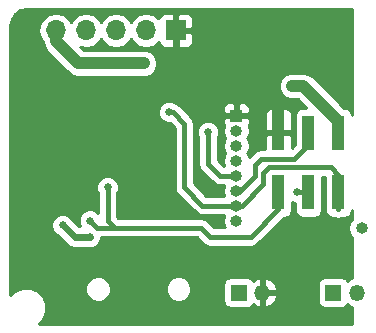
<source format=gbl>
G04 #@! TF.FileFunction,Copper,L2,Bot,Signal*
%FSLAX46Y46*%
G04 Gerber Fmt 4.6, Leading zero omitted, Abs format (unit mm)*
G04 Created by KiCad (PCBNEW 4.0.4-stable) date Sunday, October 15, 2017 'PMt' 03:04:39 PM*
%MOMM*%
%LPD*%
G01*
G04 APERTURE LIST*
%ADD10C,0.100000*%
%ADD11R,1.700000X1.700000*%
%ADD12O,1.700000X1.700000*%
%ADD13R,1.000000X3.000000*%
%ADD14R,1.000000X1.000000*%
%ADD15O,1.000000X1.000000*%
%ADD16R,1.350000X1.350000*%
%ADD17O,1.350000X1.350000*%
%ADD18C,1.000000*%
%ADD19C,0.650000*%
%ADD20C,1.000000*%
%ADD21C,0.600000*%
%ADD22C,0.400000*%
%ADD23C,0.250000*%
G04 APERTURE END LIST*
D10*
D11*
X64679999Y-52500000D03*
D12*
X62139999Y-52500000D03*
X59599999Y-52500000D03*
X57059999Y-52500000D03*
X54519999Y-52500000D03*
D13*
X78440000Y-61180000D03*
X78440000Y-66220000D03*
X75900000Y-61180000D03*
X75900000Y-66220000D03*
X73360000Y-61180000D03*
X73360000Y-66220000D03*
D14*
X69800000Y-59710000D03*
D15*
X69800000Y-60980000D03*
X69800000Y-62250000D03*
X69800000Y-63520000D03*
X69800000Y-64790000D03*
X69800000Y-66060000D03*
X69800000Y-67330000D03*
X69800000Y-68600000D03*
X80400000Y-69255000D03*
D16*
X70000000Y-74700000D03*
D17*
X72000000Y-74700000D03*
D16*
X78000000Y-74700000D03*
D17*
X80000000Y-74700000D03*
D18*
X72000000Y-72500000D03*
X79000000Y-72000000D03*
X77000000Y-72000000D03*
X75000000Y-73000000D03*
X73300000Y-59000000D03*
X68600000Y-51400000D03*
X71600000Y-51400000D03*
X74600000Y-51400000D03*
X77600000Y-51400000D03*
X65000000Y-57000000D03*
X63000000Y-57000000D03*
X53000000Y-58000000D03*
D19*
X55100000Y-69000000D03*
X57400000Y-70000000D03*
D18*
X74500000Y-57200000D03*
X62000000Y-55300000D03*
D19*
X67400000Y-61100000D03*
X74900000Y-66200000D03*
X64100000Y-59400000D03*
X57400000Y-68600000D03*
X58900000Y-65800000D03*
D20*
X77000000Y-72000000D02*
X79000000Y-72000000D01*
X73360000Y-61180000D02*
X73360000Y-59060000D01*
X73360000Y-59060000D02*
X73300000Y-59000000D01*
X71600000Y-51400000D02*
X68600000Y-51400000D01*
X77600000Y-51400000D02*
X74600000Y-51400000D01*
D21*
X64679999Y-52500000D02*
X64679999Y-55320001D01*
X64679999Y-55320001D02*
X63000000Y-57000000D01*
X57400000Y-70000000D02*
X56100000Y-70000000D01*
X56100000Y-70000000D02*
X55100000Y-69000000D01*
D20*
X78440000Y-61180000D02*
X78440000Y-60180000D01*
X78440000Y-60180000D02*
X75460000Y-57200000D01*
X75460000Y-57200000D02*
X75180002Y-57200000D01*
X75180002Y-57200000D02*
X74500000Y-57200000D01*
X62000000Y-55300000D02*
X56400000Y-55300000D01*
X56400000Y-55300000D02*
X54519999Y-53419999D01*
X54519999Y-53419999D02*
X54519999Y-52500000D01*
D22*
X69800000Y-64790000D02*
X68390000Y-64790000D01*
X68390000Y-64790000D02*
X67400000Y-63800000D01*
X67400000Y-63800000D02*
X67400000Y-61100000D01*
X75900000Y-66220000D02*
X74920000Y-66220000D01*
X74920000Y-66220000D02*
X74900000Y-66200000D01*
X75900000Y-66220000D02*
X75900000Y-65200000D01*
X75900000Y-67120000D02*
X75900000Y-66120000D01*
X69800000Y-66060000D02*
X70140000Y-66060000D01*
X70140000Y-66060000D02*
X71400000Y-64800000D01*
X71900000Y-63400000D02*
X74680000Y-63400000D01*
X71400000Y-64800000D02*
X71400000Y-63900000D01*
X71400000Y-63900000D02*
X71900000Y-63400000D01*
X75900000Y-62180000D02*
X75900000Y-61180000D01*
X74680000Y-63400000D02*
X75900000Y-62180000D01*
X69800000Y-67330000D02*
X66930000Y-67330000D01*
X66930000Y-67330000D02*
X65400000Y-65800000D01*
X65400000Y-65800000D02*
X65400000Y-60400000D01*
X65400000Y-60400000D02*
X64400000Y-59400000D01*
X64400000Y-59400000D02*
X64100000Y-59400000D01*
X78440000Y-66220000D02*
X78440000Y-64740000D01*
X77800000Y-64100000D02*
X72540000Y-64100000D01*
X78440000Y-64740000D02*
X77800000Y-64100000D01*
X72540000Y-64100000D02*
X72100000Y-64540000D01*
X72100000Y-64540000D02*
X72100000Y-65500000D01*
X72100000Y-65500000D02*
X70270000Y-67330000D01*
X70270000Y-67330000D02*
X69800000Y-67330000D01*
X78440000Y-66220000D02*
X78440000Y-67660000D01*
X73360000Y-66220000D02*
X73360000Y-67640000D01*
X73360000Y-67640000D02*
X71000000Y-70000000D01*
X71000000Y-70000000D02*
X67600000Y-70000000D01*
X67600000Y-70000000D02*
X66800000Y-69200000D01*
X59300000Y-69125000D02*
X59325000Y-69100000D01*
X66800000Y-69200000D02*
X59300000Y-69200000D01*
X59300000Y-69200000D02*
X59300000Y-69125000D01*
X59325000Y-69100000D02*
X59225000Y-69200000D01*
X59225000Y-69200000D02*
X58000000Y-69200000D01*
X58000000Y-69200000D02*
X57400000Y-68600000D01*
X58900000Y-68675000D02*
X59325000Y-69100000D01*
X58900000Y-65800000D02*
X58900000Y-68675000D01*
D23*
G36*
X79575000Y-59668074D02*
X79533663Y-59448389D01*
X79396781Y-59235668D01*
X79187924Y-59092962D01*
X78940000Y-59042756D01*
X78893746Y-59042756D01*
X76255495Y-56404505D01*
X76211351Y-56375009D01*
X75890519Y-56160636D01*
X75460000Y-56075000D01*
X74500409Y-56075000D01*
X74277205Y-56074805D01*
X73863571Y-56245715D01*
X73546828Y-56561907D01*
X73375196Y-56975242D01*
X73374805Y-57422795D01*
X73545715Y-57836429D01*
X73861907Y-58153172D01*
X74275242Y-58324804D01*
X74722795Y-58325195D01*
X74723267Y-58325000D01*
X74994010Y-58325000D01*
X75711766Y-59042756D01*
X75400000Y-59042756D01*
X75168389Y-59086337D01*
X74955668Y-59223219D01*
X74812962Y-59432076D01*
X74762756Y-59680000D01*
X74762756Y-62150518D01*
X74485000Y-62428274D01*
X74485000Y-61461250D01*
X74328750Y-61305000D01*
X73485000Y-61305000D01*
X73485000Y-61325000D01*
X73235000Y-61325000D01*
X73235000Y-61305000D01*
X72391250Y-61305000D01*
X72235000Y-61461250D01*
X72235000Y-62575000D01*
X71900000Y-62575000D01*
X71584286Y-62637799D01*
X71316637Y-62816637D01*
X70891664Y-63241610D01*
X70861404Y-63089481D01*
X70724774Y-62885000D01*
X70861404Y-62680519D01*
X70947040Y-62250000D01*
X70861404Y-61819481D01*
X70724774Y-61615000D01*
X70861404Y-61410519D01*
X70947040Y-60980000D01*
X70861404Y-60549481D01*
X70845646Y-60525897D01*
X70925000Y-60334320D01*
X70925000Y-59991250D01*
X70768750Y-59835000D01*
X69925000Y-59835000D01*
X69925000Y-59855000D01*
X69675000Y-59855000D01*
X69675000Y-59835000D01*
X68831250Y-59835000D01*
X68675000Y-59991250D01*
X68675000Y-60334320D01*
X68754354Y-60525897D01*
X68738596Y-60549481D01*
X68652960Y-60980000D01*
X68738596Y-61410519D01*
X68875226Y-61615000D01*
X68738596Y-61819481D01*
X68652960Y-62250000D01*
X68738596Y-62680519D01*
X68875226Y-62885000D01*
X68738596Y-63089481D01*
X68652960Y-63520000D01*
X68738596Y-63950519D01*
X68748272Y-63965000D01*
X68731726Y-63965000D01*
X68225000Y-63458274D01*
X68225000Y-61590433D01*
X68349835Y-61289796D01*
X68350165Y-60911862D01*
X68205841Y-60562571D01*
X67938835Y-60295098D01*
X67589796Y-60150165D01*
X67211862Y-60149835D01*
X66862571Y-60294159D01*
X66595098Y-60561165D01*
X66450165Y-60910204D01*
X66449835Y-61288138D01*
X66575000Y-61591061D01*
X66575000Y-63800000D01*
X66637799Y-64115714D01*
X66816637Y-64383363D01*
X67806637Y-65373363D01*
X68074286Y-65552201D01*
X68390000Y-65615000D01*
X68748272Y-65615000D01*
X68738596Y-65629481D01*
X68652960Y-66060000D01*
X68738596Y-66490519D01*
X68748272Y-66505000D01*
X67271726Y-66505000D01*
X66225000Y-65458274D01*
X66225000Y-60400000D01*
X66162201Y-60084286D01*
X65983363Y-59816637D01*
X65252406Y-59085680D01*
X68675000Y-59085680D01*
X68675000Y-59428750D01*
X68831250Y-59585000D01*
X69675000Y-59585000D01*
X69675000Y-58741250D01*
X69925000Y-58741250D01*
X69925000Y-59585000D01*
X70768750Y-59585000D01*
X70798070Y-59555680D01*
X72235000Y-59555680D01*
X72235000Y-60898750D01*
X72391250Y-61055000D01*
X73235000Y-61055000D01*
X73235000Y-59211250D01*
X73485000Y-59211250D01*
X73485000Y-61055000D01*
X74328750Y-61055000D01*
X74485000Y-60898750D01*
X74485000Y-59555680D01*
X74389850Y-59325966D01*
X74214034Y-59150151D01*
X73984320Y-59055000D01*
X73641250Y-59055000D01*
X73485000Y-59211250D01*
X73235000Y-59211250D01*
X73078750Y-59055000D01*
X72735680Y-59055000D01*
X72505966Y-59150151D01*
X72330150Y-59325966D01*
X72235000Y-59555680D01*
X70798070Y-59555680D01*
X70925000Y-59428750D01*
X70925000Y-59085680D01*
X70829849Y-58855966D01*
X70654034Y-58680150D01*
X70424320Y-58585000D01*
X70081250Y-58585000D01*
X69925000Y-58741250D01*
X69675000Y-58741250D01*
X69518750Y-58585000D01*
X69175680Y-58585000D01*
X68945966Y-58680150D01*
X68770151Y-58855966D01*
X68675000Y-59085680D01*
X65252406Y-59085680D01*
X64983363Y-58816637D01*
X64715714Y-58637799D01*
X64672975Y-58629298D01*
X64638835Y-58595098D01*
X64289796Y-58450165D01*
X63911862Y-58449835D01*
X63562571Y-58594159D01*
X63295098Y-58861165D01*
X63150165Y-59210204D01*
X63149835Y-59588138D01*
X63294159Y-59937429D01*
X63561165Y-60204902D01*
X63910204Y-60349835D01*
X64183348Y-60350074D01*
X64575000Y-60741726D01*
X64575000Y-65800000D01*
X64637799Y-66115714D01*
X64816637Y-66383363D01*
X66346637Y-67913363D01*
X66614286Y-68092201D01*
X66930000Y-68155000D01*
X68748272Y-68155000D01*
X68738596Y-68169481D01*
X68652960Y-68600000D01*
X68738596Y-69030519D01*
X68835135Y-69175000D01*
X67941726Y-69175000D01*
X67383363Y-68616637D01*
X67115714Y-68437799D01*
X66800000Y-68375000D01*
X59766726Y-68375000D01*
X59725000Y-68333274D01*
X59725000Y-66290433D01*
X59849835Y-65989796D01*
X59850165Y-65611862D01*
X59705841Y-65262571D01*
X59438835Y-64995098D01*
X59089796Y-64850165D01*
X58711862Y-64849835D01*
X58362571Y-64994159D01*
X58095098Y-65261165D01*
X57950165Y-65610204D01*
X57949835Y-65988138D01*
X58075000Y-66291061D01*
X58075000Y-67931501D01*
X57938835Y-67795098D01*
X57589796Y-67650165D01*
X57211862Y-67649835D01*
X56862571Y-67794159D01*
X56595098Y-68061165D01*
X56450165Y-68410204D01*
X56449835Y-68788138D01*
X56568364Y-69075000D01*
X56483147Y-69075000D01*
X55930572Y-68522424D01*
X55905841Y-68462571D01*
X55638835Y-68195098D01*
X55289796Y-68050165D01*
X54911862Y-68049835D01*
X54562571Y-68194159D01*
X54295098Y-68461165D01*
X54150165Y-68810204D01*
X54149835Y-69188138D01*
X54294159Y-69537429D01*
X54561165Y-69804902D01*
X54622026Y-69830173D01*
X55445924Y-70654071D01*
X55445926Y-70654074D01*
X55701735Y-70825000D01*
X55746018Y-70854589D01*
X56100000Y-70925001D01*
X56100005Y-70925000D01*
X57150394Y-70925000D01*
X57210204Y-70949835D01*
X57588138Y-70950165D01*
X57937429Y-70805841D01*
X58204902Y-70538835D01*
X58349835Y-70189796D01*
X58349979Y-70025000D01*
X59225000Y-70025000D01*
X59262500Y-70017541D01*
X59300000Y-70025000D01*
X66458274Y-70025000D01*
X67016637Y-70583363D01*
X67284286Y-70762201D01*
X67600000Y-70825000D01*
X71000000Y-70825000D01*
X71315714Y-70762201D01*
X71583363Y-70583363D01*
X73809482Y-68357244D01*
X73860000Y-68357244D01*
X74091611Y-68313663D01*
X74304332Y-68176781D01*
X74447038Y-67967924D01*
X74497244Y-67720000D01*
X74497244Y-67061407D01*
X74710204Y-67149835D01*
X74762756Y-67149881D01*
X74762756Y-67720000D01*
X74806337Y-67951611D01*
X74943219Y-68164332D01*
X75152076Y-68307038D01*
X75400000Y-68357244D01*
X76400000Y-68357244D01*
X76631611Y-68313663D01*
X76844332Y-68176781D01*
X76987038Y-67967924D01*
X77037244Y-67720000D01*
X77037244Y-64925000D01*
X77302756Y-64925000D01*
X77302756Y-67720000D01*
X77346337Y-67951611D01*
X77483219Y-68164332D01*
X77692076Y-68307038D01*
X77940000Y-68357244D01*
X78027071Y-68357244D01*
X78124286Y-68422201D01*
X78440000Y-68485000D01*
X78755714Y-68422201D01*
X78852929Y-68357244D01*
X78940000Y-68357244D01*
X79171611Y-68313663D01*
X79384332Y-68176781D01*
X79527038Y-67967924D01*
X79575000Y-67731081D01*
X79575000Y-68470677D01*
X79338596Y-68824481D01*
X79252960Y-69255000D01*
X79338596Y-69685519D01*
X79575000Y-70039323D01*
X79575000Y-73482561D01*
X79340540Y-73579670D01*
X79207500Y-73698339D01*
X79131781Y-73580668D01*
X78922924Y-73437962D01*
X78675000Y-73387756D01*
X77325000Y-73387756D01*
X77093389Y-73431337D01*
X76880668Y-73568219D01*
X76737962Y-73777076D01*
X76687756Y-74025000D01*
X76687756Y-75375000D01*
X76731337Y-75606611D01*
X76868219Y-75819332D01*
X77077076Y-75962038D01*
X77325000Y-76012244D01*
X78675000Y-76012244D01*
X78906611Y-75968663D01*
X79119332Y-75831781D01*
X79207959Y-75702071D01*
X79340540Y-75820330D01*
X79575000Y-75917439D01*
X79575000Y-77325000D01*
X53114336Y-77325000D01*
X53461531Y-76978410D01*
X53724700Y-76344629D01*
X53725299Y-75658382D01*
X53463237Y-75024142D01*
X53052705Y-74612893D01*
X57024814Y-74612893D01*
X57188128Y-75008143D01*
X57490267Y-75310809D01*
X57885231Y-75474813D01*
X58312893Y-75475186D01*
X58708143Y-75311872D01*
X59010809Y-75009733D01*
X59174813Y-74614769D01*
X59174814Y-74612893D01*
X63824814Y-74612893D01*
X63988128Y-75008143D01*
X64290267Y-75310809D01*
X64685231Y-75474813D01*
X65112893Y-75475186D01*
X65508143Y-75311872D01*
X65810809Y-75009733D01*
X65974813Y-74614769D01*
X65975186Y-74187107D01*
X65908205Y-74025000D01*
X68687756Y-74025000D01*
X68687756Y-75375000D01*
X68731337Y-75606611D01*
X68868219Y-75819332D01*
X69077076Y-75962038D01*
X69325000Y-76012244D01*
X70675000Y-76012244D01*
X70906611Y-75968663D01*
X71119332Y-75831781D01*
X71207959Y-75702071D01*
X71340540Y-75820330D01*
X71674117Y-75958491D01*
X71875000Y-75836899D01*
X71875000Y-74825000D01*
X72125000Y-74825000D01*
X72125000Y-75836899D01*
X72325883Y-75958491D01*
X72659460Y-75820330D01*
X73037993Y-75482686D01*
X73258502Y-75025885D01*
X73137737Y-74825000D01*
X72125000Y-74825000D01*
X71875000Y-74825000D01*
X71855000Y-74825000D01*
X71855000Y-74575000D01*
X71875000Y-74575000D01*
X71875000Y-73563101D01*
X72125000Y-73563101D01*
X72125000Y-74575000D01*
X73137737Y-74575000D01*
X73258502Y-74374115D01*
X73037993Y-73917314D01*
X72659460Y-73579670D01*
X72325883Y-73441509D01*
X72125000Y-73563101D01*
X71875000Y-73563101D01*
X71674117Y-73441509D01*
X71340540Y-73579670D01*
X71207500Y-73698339D01*
X71131781Y-73580668D01*
X70922924Y-73437962D01*
X70675000Y-73387756D01*
X69325000Y-73387756D01*
X69093389Y-73431337D01*
X68880668Y-73568219D01*
X68737962Y-73777076D01*
X68687756Y-74025000D01*
X65908205Y-74025000D01*
X65811872Y-73791857D01*
X65509733Y-73489191D01*
X65114769Y-73325187D01*
X64687107Y-73324814D01*
X64291857Y-73488128D01*
X63989191Y-73790267D01*
X63825187Y-74185231D01*
X63824814Y-74612893D01*
X59174814Y-74612893D01*
X59175186Y-74187107D01*
X59011872Y-73791857D01*
X58709733Y-73489191D01*
X58314769Y-73325187D01*
X57887107Y-73324814D01*
X57491857Y-73488128D01*
X57189191Y-73790267D01*
X57025187Y-74185231D01*
X57024814Y-74612893D01*
X53052705Y-74612893D01*
X52978410Y-74538469D01*
X52344629Y-74275300D01*
X51658382Y-74274701D01*
X51024142Y-74536763D01*
X50675000Y-74885297D01*
X50675000Y-52471103D01*
X53044999Y-52471103D01*
X53044999Y-52528897D01*
X53157277Y-53093355D01*
X53403250Y-53461482D01*
X53480635Y-53850518D01*
X53697447Y-54175000D01*
X53724504Y-54215494D01*
X55604505Y-56095495D01*
X55969481Y-56339364D01*
X56400000Y-56425000D01*
X61999591Y-56425000D01*
X62222795Y-56425195D01*
X62636429Y-56254285D01*
X62953172Y-55938093D01*
X63124804Y-55524758D01*
X63125195Y-55077205D01*
X62954285Y-54663571D01*
X62638093Y-54346828D01*
X62224758Y-54175196D01*
X61777205Y-54174805D01*
X61776733Y-54175000D01*
X56865990Y-54175000D01*
X56604228Y-53913238D01*
X57059999Y-54003897D01*
X57624457Y-53891619D01*
X58102982Y-53571880D01*
X58329999Y-53232124D01*
X58557016Y-53571880D01*
X59035541Y-53891619D01*
X59599999Y-54003897D01*
X60164457Y-53891619D01*
X60642982Y-53571880D01*
X60869999Y-53232124D01*
X61097016Y-53571880D01*
X61575541Y-53891619D01*
X62139999Y-54003897D01*
X62704457Y-53891619D01*
X63182982Y-53571880D01*
X63221520Y-53514204D01*
X63300149Y-53704034D01*
X63475965Y-53879849D01*
X63705679Y-53975000D01*
X64398749Y-53975000D01*
X64554999Y-53818750D01*
X64554999Y-52625000D01*
X64804999Y-52625000D01*
X64804999Y-53818750D01*
X64961249Y-53975000D01*
X65654319Y-53975000D01*
X65884033Y-53879849D01*
X66059849Y-53704034D01*
X66154999Y-53474320D01*
X66154999Y-52781250D01*
X65998749Y-52625000D01*
X64804999Y-52625000D01*
X64554999Y-52625000D01*
X64534999Y-52625000D01*
X64534999Y-52375000D01*
X64554999Y-52375000D01*
X64554999Y-51181250D01*
X64804999Y-51181250D01*
X64804999Y-52375000D01*
X65998749Y-52375000D01*
X66154999Y-52218750D01*
X66154999Y-51525680D01*
X66059849Y-51295966D01*
X65884033Y-51120151D01*
X65654319Y-51025000D01*
X64961249Y-51025000D01*
X64804999Y-51181250D01*
X64554999Y-51181250D01*
X64398749Y-51025000D01*
X63705679Y-51025000D01*
X63475965Y-51120151D01*
X63300149Y-51295966D01*
X63221520Y-51485796D01*
X63182982Y-51428120D01*
X62704457Y-51108381D01*
X62139999Y-50996103D01*
X61575541Y-51108381D01*
X61097016Y-51428120D01*
X60869999Y-51767876D01*
X60642982Y-51428120D01*
X60164457Y-51108381D01*
X59599999Y-50996103D01*
X59035541Y-51108381D01*
X58557016Y-51428120D01*
X58329999Y-51767876D01*
X58102982Y-51428120D01*
X57624457Y-51108381D01*
X57059999Y-50996103D01*
X56495541Y-51108381D01*
X56017016Y-51428120D01*
X55789999Y-51767876D01*
X55562982Y-51428120D01*
X55084457Y-51108381D01*
X54519999Y-50996103D01*
X53955541Y-51108381D01*
X53477016Y-51428120D01*
X53157277Y-51906645D01*
X53044999Y-52471103D01*
X50675000Y-52471103D01*
X50675000Y-52066481D01*
X50788077Y-51498006D01*
X51072435Y-51072434D01*
X51498005Y-50788078D01*
X52066487Y-50675000D01*
X79575000Y-50675000D01*
X79575000Y-59668074D01*
X79575000Y-59668074D01*
G37*
X79575000Y-59668074D02*
X79533663Y-59448389D01*
X79396781Y-59235668D01*
X79187924Y-59092962D01*
X78940000Y-59042756D01*
X78893746Y-59042756D01*
X76255495Y-56404505D01*
X76211351Y-56375009D01*
X75890519Y-56160636D01*
X75460000Y-56075000D01*
X74500409Y-56075000D01*
X74277205Y-56074805D01*
X73863571Y-56245715D01*
X73546828Y-56561907D01*
X73375196Y-56975242D01*
X73374805Y-57422795D01*
X73545715Y-57836429D01*
X73861907Y-58153172D01*
X74275242Y-58324804D01*
X74722795Y-58325195D01*
X74723267Y-58325000D01*
X74994010Y-58325000D01*
X75711766Y-59042756D01*
X75400000Y-59042756D01*
X75168389Y-59086337D01*
X74955668Y-59223219D01*
X74812962Y-59432076D01*
X74762756Y-59680000D01*
X74762756Y-62150518D01*
X74485000Y-62428274D01*
X74485000Y-61461250D01*
X74328750Y-61305000D01*
X73485000Y-61305000D01*
X73485000Y-61325000D01*
X73235000Y-61325000D01*
X73235000Y-61305000D01*
X72391250Y-61305000D01*
X72235000Y-61461250D01*
X72235000Y-62575000D01*
X71900000Y-62575000D01*
X71584286Y-62637799D01*
X71316637Y-62816637D01*
X70891664Y-63241610D01*
X70861404Y-63089481D01*
X70724774Y-62885000D01*
X70861404Y-62680519D01*
X70947040Y-62250000D01*
X70861404Y-61819481D01*
X70724774Y-61615000D01*
X70861404Y-61410519D01*
X70947040Y-60980000D01*
X70861404Y-60549481D01*
X70845646Y-60525897D01*
X70925000Y-60334320D01*
X70925000Y-59991250D01*
X70768750Y-59835000D01*
X69925000Y-59835000D01*
X69925000Y-59855000D01*
X69675000Y-59855000D01*
X69675000Y-59835000D01*
X68831250Y-59835000D01*
X68675000Y-59991250D01*
X68675000Y-60334320D01*
X68754354Y-60525897D01*
X68738596Y-60549481D01*
X68652960Y-60980000D01*
X68738596Y-61410519D01*
X68875226Y-61615000D01*
X68738596Y-61819481D01*
X68652960Y-62250000D01*
X68738596Y-62680519D01*
X68875226Y-62885000D01*
X68738596Y-63089481D01*
X68652960Y-63520000D01*
X68738596Y-63950519D01*
X68748272Y-63965000D01*
X68731726Y-63965000D01*
X68225000Y-63458274D01*
X68225000Y-61590433D01*
X68349835Y-61289796D01*
X68350165Y-60911862D01*
X68205841Y-60562571D01*
X67938835Y-60295098D01*
X67589796Y-60150165D01*
X67211862Y-60149835D01*
X66862571Y-60294159D01*
X66595098Y-60561165D01*
X66450165Y-60910204D01*
X66449835Y-61288138D01*
X66575000Y-61591061D01*
X66575000Y-63800000D01*
X66637799Y-64115714D01*
X66816637Y-64383363D01*
X67806637Y-65373363D01*
X68074286Y-65552201D01*
X68390000Y-65615000D01*
X68748272Y-65615000D01*
X68738596Y-65629481D01*
X68652960Y-66060000D01*
X68738596Y-66490519D01*
X68748272Y-66505000D01*
X67271726Y-66505000D01*
X66225000Y-65458274D01*
X66225000Y-60400000D01*
X66162201Y-60084286D01*
X65983363Y-59816637D01*
X65252406Y-59085680D01*
X68675000Y-59085680D01*
X68675000Y-59428750D01*
X68831250Y-59585000D01*
X69675000Y-59585000D01*
X69675000Y-58741250D01*
X69925000Y-58741250D01*
X69925000Y-59585000D01*
X70768750Y-59585000D01*
X70798070Y-59555680D01*
X72235000Y-59555680D01*
X72235000Y-60898750D01*
X72391250Y-61055000D01*
X73235000Y-61055000D01*
X73235000Y-59211250D01*
X73485000Y-59211250D01*
X73485000Y-61055000D01*
X74328750Y-61055000D01*
X74485000Y-60898750D01*
X74485000Y-59555680D01*
X74389850Y-59325966D01*
X74214034Y-59150151D01*
X73984320Y-59055000D01*
X73641250Y-59055000D01*
X73485000Y-59211250D01*
X73235000Y-59211250D01*
X73078750Y-59055000D01*
X72735680Y-59055000D01*
X72505966Y-59150151D01*
X72330150Y-59325966D01*
X72235000Y-59555680D01*
X70798070Y-59555680D01*
X70925000Y-59428750D01*
X70925000Y-59085680D01*
X70829849Y-58855966D01*
X70654034Y-58680150D01*
X70424320Y-58585000D01*
X70081250Y-58585000D01*
X69925000Y-58741250D01*
X69675000Y-58741250D01*
X69518750Y-58585000D01*
X69175680Y-58585000D01*
X68945966Y-58680150D01*
X68770151Y-58855966D01*
X68675000Y-59085680D01*
X65252406Y-59085680D01*
X64983363Y-58816637D01*
X64715714Y-58637799D01*
X64672975Y-58629298D01*
X64638835Y-58595098D01*
X64289796Y-58450165D01*
X63911862Y-58449835D01*
X63562571Y-58594159D01*
X63295098Y-58861165D01*
X63150165Y-59210204D01*
X63149835Y-59588138D01*
X63294159Y-59937429D01*
X63561165Y-60204902D01*
X63910204Y-60349835D01*
X64183348Y-60350074D01*
X64575000Y-60741726D01*
X64575000Y-65800000D01*
X64637799Y-66115714D01*
X64816637Y-66383363D01*
X66346637Y-67913363D01*
X66614286Y-68092201D01*
X66930000Y-68155000D01*
X68748272Y-68155000D01*
X68738596Y-68169481D01*
X68652960Y-68600000D01*
X68738596Y-69030519D01*
X68835135Y-69175000D01*
X67941726Y-69175000D01*
X67383363Y-68616637D01*
X67115714Y-68437799D01*
X66800000Y-68375000D01*
X59766726Y-68375000D01*
X59725000Y-68333274D01*
X59725000Y-66290433D01*
X59849835Y-65989796D01*
X59850165Y-65611862D01*
X59705841Y-65262571D01*
X59438835Y-64995098D01*
X59089796Y-64850165D01*
X58711862Y-64849835D01*
X58362571Y-64994159D01*
X58095098Y-65261165D01*
X57950165Y-65610204D01*
X57949835Y-65988138D01*
X58075000Y-66291061D01*
X58075000Y-67931501D01*
X57938835Y-67795098D01*
X57589796Y-67650165D01*
X57211862Y-67649835D01*
X56862571Y-67794159D01*
X56595098Y-68061165D01*
X56450165Y-68410204D01*
X56449835Y-68788138D01*
X56568364Y-69075000D01*
X56483147Y-69075000D01*
X55930572Y-68522424D01*
X55905841Y-68462571D01*
X55638835Y-68195098D01*
X55289796Y-68050165D01*
X54911862Y-68049835D01*
X54562571Y-68194159D01*
X54295098Y-68461165D01*
X54150165Y-68810204D01*
X54149835Y-69188138D01*
X54294159Y-69537429D01*
X54561165Y-69804902D01*
X54622026Y-69830173D01*
X55445924Y-70654071D01*
X55445926Y-70654074D01*
X55701735Y-70825000D01*
X55746018Y-70854589D01*
X56100000Y-70925001D01*
X56100005Y-70925000D01*
X57150394Y-70925000D01*
X57210204Y-70949835D01*
X57588138Y-70950165D01*
X57937429Y-70805841D01*
X58204902Y-70538835D01*
X58349835Y-70189796D01*
X58349979Y-70025000D01*
X59225000Y-70025000D01*
X59262500Y-70017541D01*
X59300000Y-70025000D01*
X66458274Y-70025000D01*
X67016637Y-70583363D01*
X67284286Y-70762201D01*
X67600000Y-70825000D01*
X71000000Y-70825000D01*
X71315714Y-70762201D01*
X71583363Y-70583363D01*
X73809482Y-68357244D01*
X73860000Y-68357244D01*
X74091611Y-68313663D01*
X74304332Y-68176781D01*
X74447038Y-67967924D01*
X74497244Y-67720000D01*
X74497244Y-67061407D01*
X74710204Y-67149835D01*
X74762756Y-67149881D01*
X74762756Y-67720000D01*
X74806337Y-67951611D01*
X74943219Y-68164332D01*
X75152076Y-68307038D01*
X75400000Y-68357244D01*
X76400000Y-68357244D01*
X76631611Y-68313663D01*
X76844332Y-68176781D01*
X76987038Y-67967924D01*
X77037244Y-67720000D01*
X77037244Y-64925000D01*
X77302756Y-64925000D01*
X77302756Y-67720000D01*
X77346337Y-67951611D01*
X77483219Y-68164332D01*
X77692076Y-68307038D01*
X77940000Y-68357244D01*
X78027071Y-68357244D01*
X78124286Y-68422201D01*
X78440000Y-68485000D01*
X78755714Y-68422201D01*
X78852929Y-68357244D01*
X78940000Y-68357244D01*
X79171611Y-68313663D01*
X79384332Y-68176781D01*
X79527038Y-67967924D01*
X79575000Y-67731081D01*
X79575000Y-68470677D01*
X79338596Y-68824481D01*
X79252960Y-69255000D01*
X79338596Y-69685519D01*
X79575000Y-70039323D01*
X79575000Y-73482561D01*
X79340540Y-73579670D01*
X79207500Y-73698339D01*
X79131781Y-73580668D01*
X78922924Y-73437962D01*
X78675000Y-73387756D01*
X77325000Y-73387756D01*
X77093389Y-73431337D01*
X76880668Y-73568219D01*
X76737962Y-73777076D01*
X76687756Y-74025000D01*
X76687756Y-75375000D01*
X76731337Y-75606611D01*
X76868219Y-75819332D01*
X77077076Y-75962038D01*
X77325000Y-76012244D01*
X78675000Y-76012244D01*
X78906611Y-75968663D01*
X79119332Y-75831781D01*
X79207959Y-75702071D01*
X79340540Y-75820330D01*
X79575000Y-75917439D01*
X79575000Y-77325000D01*
X53114336Y-77325000D01*
X53461531Y-76978410D01*
X53724700Y-76344629D01*
X53725299Y-75658382D01*
X53463237Y-75024142D01*
X53052705Y-74612893D01*
X57024814Y-74612893D01*
X57188128Y-75008143D01*
X57490267Y-75310809D01*
X57885231Y-75474813D01*
X58312893Y-75475186D01*
X58708143Y-75311872D01*
X59010809Y-75009733D01*
X59174813Y-74614769D01*
X59174814Y-74612893D01*
X63824814Y-74612893D01*
X63988128Y-75008143D01*
X64290267Y-75310809D01*
X64685231Y-75474813D01*
X65112893Y-75475186D01*
X65508143Y-75311872D01*
X65810809Y-75009733D01*
X65974813Y-74614769D01*
X65975186Y-74187107D01*
X65908205Y-74025000D01*
X68687756Y-74025000D01*
X68687756Y-75375000D01*
X68731337Y-75606611D01*
X68868219Y-75819332D01*
X69077076Y-75962038D01*
X69325000Y-76012244D01*
X70675000Y-76012244D01*
X70906611Y-75968663D01*
X71119332Y-75831781D01*
X71207959Y-75702071D01*
X71340540Y-75820330D01*
X71674117Y-75958491D01*
X71875000Y-75836899D01*
X71875000Y-74825000D01*
X72125000Y-74825000D01*
X72125000Y-75836899D01*
X72325883Y-75958491D01*
X72659460Y-75820330D01*
X73037993Y-75482686D01*
X73258502Y-75025885D01*
X73137737Y-74825000D01*
X72125000Y-74825000D01*
X71875000Y-74825000D01*
X71855000Y-74825000D01*
X71855000Y-74575000D01*
X71875000Y-74575000D01*
X71875000Y-73563101D01*
X72125000Y-73563101D01*
X72125000Y-74575000D01*
X73137737Y-74575000D01*
X73258502Y-74374115D01*
X73037993Y-73917314D01*
X72659460Y-73579670D01*
X72325883Y-73441509D01*
X72125000Y-73563101D01*
X71875000Y-73563101D01*
X71674117Y-73441509D01*
X71340540Y-73579670D01*
X71207500Y-73698339D01*
X71131781Y-73580668D01*
X70922924Y-73437962D01*
X70675000Y-73387756D01*
X69325000Y-73387756D01*
X69093389Y-73431337D01*
X68880668Y-73568219D01*
X68737962Y-73777076D01*
X68687756Y-74025000D01*
X65908205Y-74025000D01*
X65811872Y-73791857D01*
X65509733Y-73489191D01*
X65114769Y-73325187D01*
X64687107Y-73324814D01*
X64291857Y-73488128D01*
X63989191Y-73790267D01*
X63825187Y-74185231D01*
X63824814Y-74612893D01*
X59174814Y-74612893D01*
X59175186Y-74187107D01*
X59011872Y-73791857D01*
X58709733Y-73489191D01*
X58314769Y-73325187D01*
X57887107Y-73324814D01*
X57491857Y-73488128D01*
X57189191Y-73790267D01*
X57025187Y-74185231D01*
X57024814Y-74612893D01*
X53052705Y-74612893D01*
X52978410Y-74538469D01*
X52344629Y-74275300D01*
X51658382Y-74274701D01*
X51024142Y-74536763D01*
X50675000Y-74885297D01*
X50675000Y-52471103D01*
X53044999Y-52471103D01*
X53044999Y-52528897D01*
X53157277Y-53093355D01*
X53403250Y-53461482D01*
X53480635Y-53850518D01*
X53697447Y-54175000D01*
X53724504Y-54215494D01*
X55604505Y-56095495D01*
X55969481Y-56339364D01*
X56400000Y-56425000D01*
X61999591Y-56425000D01*
X62222795Y-56425195D01*
X62636429Y-56254285D01*
X62953172Y-55938093D01*
X63124804Y-55524758D01*
X63125195Y-55077205D01*
X62954285Y-54663571D01*
X62638093Y-54346828D01*
X62224758Y-54175196D01*
X61777205Y-54174805D01*
X61776733Y-54175000D01*
X56865990Y-54175000D01*
X56604228Y-53913238D01*
X57059999Y-54003897D01*
X57624457Y-53891619D01*
X58102982Y-53571880D01*
X58329999Y-53232124D01*
X58557016Y-53571880D01*
X59035541Y-53891619D01*
X59599999Y-54003897D01*
X60164457Y-53891619D01*
X60642982Y-53571880D01*
X60869999Y-53232124D01*
X61097016Y-53571880D01*
X61575541Y-53891619D01*
X62139999Y-54003897D01*
X62704457Y-53891619D01*
X63182982Y-53571880D01*
X63221520Y-53514204D01*
X63300149Y-53704034D01*
X63475965Y-53879849D01*
X63705679Y-53975000D01*
X64398749Y-53975000D01*
X64554999Y-53818750D01*
X64554999Y-52625000D01*
X64804999Y-52625000D01*
X64804999Y-53818750D01*
X64961249Y-53975000D01*
X65654319Y-53975000D01*
X65884033Y-53879849D01*
X66059849Y-53704034D01*
X66154999Y-53474320D01*
X66154999Y-52781250D01*
X65998749Y-52625000D01*
X64804999Y-52625000D01*
X64554999Y-52625000D01*
X64534999Y-52625000D01*
X64534999Y-52375000D01*
X64554999Y-52375000D01*
X64554999Y-51181250D01*
X64804999Y-51181250D01*
X64804999Y-52375000D01*
X65998749Y-52375000D01*
X66154999Y-52218750D01*
X66154999Y-51525680D01*
X66059849Y-51295966D01*
X65884033Y-51120151D01*
X65654319Y-51025000D01*
X64961249Y-51025000D01*
X64804999Y-51181250D01*
X64554999Y-51181250D01*
X64398749Y-51025000D01*
X63705679Y-51025000D01*
X63475965Y-51120151D01*
X63300149Y-51295966D01*
X63221520Y-51485796D01*
X63182982Y-51428120D01*
X62704457Y-51108381D01*
X62139999Y-50996103D01*
X61575541Y-51108381D01*
X61097016Y-51428120D01*
X60869999Y-51767876D01*
X60642982Y-51428120D01*
X60164457Y-51108381D01*
X59599999Y-50996103D01*
X59035541Y-51108381D01*
X58557016Y-51428120D01*
X58329999Y-51767876D01*
X58102982Y-51428120D01*
X57624457Y-51108381D01*
X57059999Y-50996103D01*
X56495541Y-51108381D01*
X56017016Y-51428120D01*
X55789999Y-51767876D01*
X55562982Y-51428120D01*
X55084457Y-51108381D01*
X54519999Y-50996103D01*
X53955541Y-51108381D01*
X53477016Y-51428120D01*
X53157277Y-51906645D01*
X53044999Y-52471103D01*
X50675000Y-52471103D01*
X50675000Y-52066481D01*
X50788077Y-51498006D01*
X51072435Y-51072434D01*
X51498005Y-50788078D01*
X52066487Y-50675000D01*
X79575000Y-50675000D01*
X79575000Y-59668074D01*
M02*

</source>
